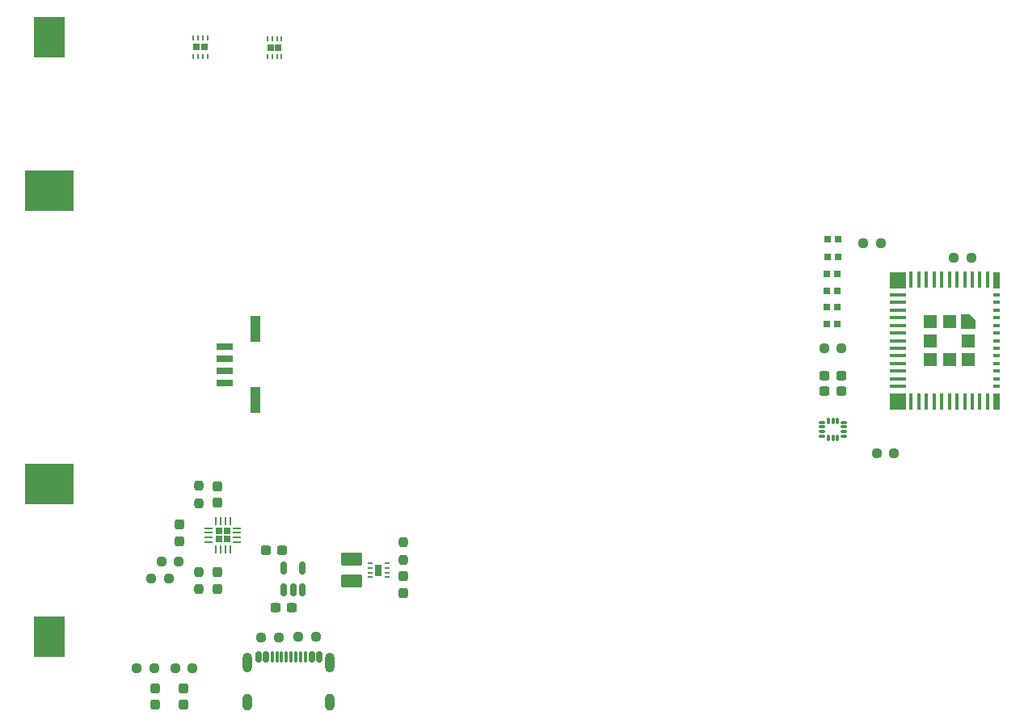
<source format=gbr>
%TF.GenerationSoftware,KiCad,Pcbnew,7.0.10-7.0.10~ubuntu22.04.1*%
%TF.CreationDate,2024-04-21T14:18:33-04:00*%
%TF.ProjectId,little_red_rover,6c697474-6c65-45f7-9265-645f726f7665,rev?*%
%TF.SameCoordinates,Original*%
%TF.FileFunction,Paste,Top*%
%TF.FilePolarity,Positive*%
%FSLAX46Y46*%
G04 Gerber Fmt 4.6, Leading zero omitted, Abs format (unit mm)*
G04 Created by KiCad (PCBNEW 7.0.10-7.0.10~ubuntu22.04.1) date 2024-04-21 14:18:33*
%MOMM*%
%LPD*%
G01*
G04 APERTURE LIST*
G04 Aperture macros list*
%AMRoundRect*
0 Rectangle with rounded corners*
0 $1 Rounding radius*
0 $2 $3 $4 $5 $6 $7 $8 $9 X,Y pos of 4 corners*
0 Add a 4 corners polygon primitive as box body*
4,1,4,$2,$3,$4,$5,$6,$7,$8,$9,$2,$3,0*
0 Add four circle primitives for the rounded corners*
1,1,$1+$1,$2,$3*
1,1,$1+$1,$4,$5*
1,1,$1+$1,$6,$7*
1,1,$1+$1,$8,$9*
0 Add four rect primitives between the rounded corners*
20,1,$1+$1,$2,$3,$4,$5,0*
20,1,$1+$1,$4,$5,$6,$7,0*
20,1,$1+$1,$6,$7,$8,$9,0*
20,1,$1+$1,$8,$9,$2,$3,0*%
%AMFreePoly0*
4,1,6,0.725000,-0.725000,-0.725000,-0.725000,-0.725000,0.125000,-0.125000,0.725000,0.725000,0.725000,0.725000,-0.725000,0.725000,-0.725000,$1*%
G04 Aperture macros list end*
%ADD10RoundRect,0.150000X-0.150000X-0.425000X0.150000X-0.425000X0.150000X0.425000X-0.150000X0.425000X0*%
%ADD11RoundRect,0.075000X-0.075000X-0.500000X0.075000X-0.500000X0.075000X0.500000X-0.075000X0.500000X0*%
%ADD12O,1.000000X2.100000*%
%ADD13O,1.000000X1.800000*%
%ADD14RoundRect,0.087500X-0.225000X-0.087500X0.225000X-0.087500X0.225000X0.087500X-0.225000X0.087500X0*%
%ADD15RoundRect,0.087500X-0.087500X-0.225000X0.087500X-0.225000X0.087500X0.225000X-0.087500X0.225000X0*%
%ADD16RoundRect,0.237500X0.300000X0.237500X-0.300000X0.237500X-0.300000X-0.237500X0.300000X-0.237500X0*%
%ADD17RoundRect,0.237500X0.237500X-0.300000X0.237500X0.300000X-0.237500X0.300000X-0.237500X-0.300000X0*%
%ADD18RoundRect,0.237500X0.237500X-0.287500X0.237500X0.287500X-0.237500X0.287500X-0.237500X-0.287500X0*%
%ADD19RoundRect,0.237500X0.237500X-0.250000X0.237500X0.250000X-0.237500X0.250000X-0.237500X-0.250000X0*%
%ADD20RoundRect,0.250001X0.849999X-0.462499X0.849999X0.462499X-0.849999X0.462499X-0.849999X-0.462499X0*%
%ADD21RoundRect,0.237500X-0.237500X0.250000X-0.237500X-0.250000X0.237500X-0.250000X0.237500X0.250000X0*%
%ADD22RoundRect,0.150000X0.150000X-0.512500X0.150000X0.512500X-0.150000X0.512500X-0.150000X-0.512500X0*%
%ADD23RoundRect,0.237500X-0.250000X-0.237500X0.250000X-0.237500X0.250000X0.237500X-0.250000X0.237500X0*%
%ADD24RoundRect,0.237500X0.250000X0.237500X-0.250000X0.237500X-0.250000X-0.237500X0.250000X-0.237500X0*%
%ADD25RoundRect,0.237500X-0.300000X-0.237500X0.300000X-0.237500X0.300000X0.237500X-0.300000X0.237500X0*%
%ADD26R,0.650000X0.750000*%
%ADD27RoundRect,0.062500X0.062500X-0.187500X0.062500X0.187500X-0.062500X0.187500X-0.062500X-0.187500X0*%
%ADD28RoundRect,0.182500X0.182500X-0.182500X0.182500X0.182500X-0.182500X0.182500X-0.182500X-0.182500X0*%
%ADD29RoundRect,0.062500X0.062500X-0.350000X0.062500X0.350000X-0.062500X0.350000X-0.062500X-0.350000X0*%
%ADD30RoundRect,0.062500X0.350000X-0.062500X0.350000X0.062500X-0.350000X0.062500X-0.350000X-0.062500X0*%
%ADD31R,0.400000X1.800000*%
%ADD32R,1.800000X0.400000*%
%ADD33R,0.800000X0.400000*%
%ADD34FreePoly0,270.000000*%
%ADD35R,1.450000X1.450000*%
%ADD36R,0.700000X1.700000*%
%ADD37R,1.700000X1.700000*%
%ADD38R,0.609600X0.254000*%
%ADD39R,0.711200X1.295400*%
%ADD40R,0.700000X0.700000*%
%ADD41RoundRect,0.237500X-0.237500X0.300000X-0.237500X-0.300000X0.237500X-0.300000X0.237500X0.300000X0*%
%ADD42R,3.300000X4.240000*%
%ADD43R,5.200000X4.240000*%
%ADD44R,1.701800X0.660400*%
%ADD45R,1.092200X2.794000*%
G04 APERTURE END LIST*
D10*
%TO.C,J1*%
X129800000Y-133820000D03*
X130600000Y-133820000D03*
D11*
X131750000Y-133820000D03*
X132750000Y-133820000D03*
X133250000Y-133820000D03*
X134250000Y-133820000D03*
D10*
X135400000Y-133820000D03*
X136200000Y-133820000D03*
X136200000Y-133820000D03*
X135400000Y-133820000D03*
D11*
X134750000Y-133820000D03*
X133750000Y-133820000D03*
X132250000Y-133820000D03*
X131250000Y-133820000D03*
D10*
X130600000Y-133820000D03*
X129800000Y-133820000D03*
D12*
X128680000Y-134395000D03*
D13*
X128680000Y-138575000D03*
D12*
X137320000Y-134395000D03*
D13*
X137320000Y-138575000D03*
%TD*%
D14*
%TO.C,U9*%
X188837500Y-109250000D03*
X188837500Y-109750000D03*
X188837500Y-110250000D03*
X188837500Y-110750000D03*
D15*
X189500000Y-110912500D03*
X190000000Y-110912500D03*
X190500000Y-110912500D03*
D14*
X191162500Y-110750000D03*
X191162500Y-110250000D03*
X191162500Y-109750000D03*
X191162500Y-109250000D03*
D15*
X190500000Y-109087500D03*
X190000000Y-109087500D03*
X189500000Y-109087500D03*
%TD*%
D16*
%TO.C,R15*%
X190862500Y-106000000D03*
X189137500Y-106000000D03*
%TD*%
%TO.C,R14*%
X190862500Y-104400000D03*
X189137500Y-104400000D03*
%TD*%
D17*
%TO.C,C1*%
X121552500Y-121702500D03*
X121552500Y-119977500D03*
%TD*%
D18*
%TO.C,D1*%
X119000000Y-138875000D03*
X119000000Y-137125000D03*
%TD*%
D19*
%TO.C,R3*%
X123552500Y-126752500D03*
X123552500Y-124927500D03*
%TD*%
D20*
%TO.C,L1*%
X139600000Y-125912501D03*
X139600000Y-123587501D03*
%TD*%
D21*
%TO.C,R8*%
X123552500Y-115927500D03*
X123552500Y-117752500D03*
%TD*%
D22*
%TO.C,U3*%
X132500000Y-126775000D03*
X133450000Y-126775000D03*
X134400000Y-126775000D03*
X134400000Y-124500000D03*
X132500000Y-124500000D03*
%TD*%
D23*
%TO.C,R2*%
X134000000Y-131700000D03*
X135825000Y-131700000D03*
%TD*%
D17*
%TO.C,C2*%
X125552500Y-117702500D03*
X125552500Y-115977500D03*
%TD*%
D24*
%TO.C,R13*%
X190912500Y-101500000D03*
X189087500Y-101500000D03*
%TD*%
D25*
%TO.C,C4*%
X131587500Y-128637500D03*
X133312500Y-128637500D03*
%TD*%
D23*
%TO.C,R12*%
X194587500Y-112500000D03*
X196412500Y-112500000D03*
%TD*%
D26*
%TO.C,U5*%
X123350000Y-69950000D03*
X124150000Y-69950000D03*
D27*
X123000000Y-70900000D03*
X123500000Y-70900000D03*
X124000000Y-70900000D03*
X124500000Y-70900000D03*
X124500000Y-69000000D03*
X124000000Y-69000000D03*
X123500000Y-69000000D03*
X123000000Y-69000000D03*
%TD*%
D24*
%TO.C,R10*%
X204512500Y-92000000D03*
X202687500Y-92000000D03*
%TD*%
D28*
%TO.C,U2*%
X125670000Y-121510000D03*
X126510000Y-121510000D03*
X125670000Y-120670000D03*
X126510000Y-120670000D03*
D29*
X125340000Y-122552500D03*
X125840000Y-122552500D03*
X126340000Y-122552500D03*
X126840000Y-122552500D03*
D30*
X127552500Y-121840000D03*
X127552500Y-121340000D03*
X127552500Y-120840000D03*
X127552500Y-120340000D03*
D29*
X126840000Y-119627500D03*
X126340000Y-119627500D03*
X125840000Y-119627500D03*
X125340000Y-119627500D03*
D30*
X124627500Y-120340000D03*
X124627500Y-120840000D03*
X124627500Y-121340000D03*
X124627500Y-121840000D03*
%TD*%
D18*
%TO.C,D2*%
X122000000Y-138875000D03*
X122000000Y-137125000D03*
%TD*%
D26*
%TO.C,U6*%
X131100000Y-70000000D03*
X131900000Y-70000000D03*
D27*
X130750000Y-70950000D03*
X131250000Y-70950000D03*
X131750000Y-70950000D03*
X132250000Y-70950000D03*
X132250000Y-69050000D03*
X131750000Y-69050000D03*
X131250000Y-69050000D03*
X130750000Y-69050000D03*
%TD*%
D31*
%TO.C,U1*%
X206200000Y-94300000D03*
X205400000Y-94300000D03*
X204600000Y-94300000D03*
X203800000Y-94300000D03*
X203000000Y-94300000D03*
X202200000Y-94300000D03*
X201400000Y-94300000D03*
X200600000Y-94300000D03*
X199800000Y-94300000D03*
X199000000Y-94300000D03*
X198200000Y-94300000D03*
D32*
X196800000Y-95900000D03*
X196800000Y-96700000D03*
X196800000Y-97500000D03*
X196800000Y-98300000D03*
X196800000Y-99100000D03*
X196800000Y-99900000D03*
X196800000Y-100700000D03*
X196800000Y-101500000D03*
X196800000Y-102300000D03*
X196800000Y-103100000D03*
X196800000Y-103900000D03*
X196800000Y-104700000D03*
X196800000Y-105500000D03*
D31*
X198200000Y-107100000D03*
X199000000Y-107100000D03*
X199800000Y-107100000D03*
X200600000Y-107100000D03*
X201400000Y-107100000D03*
X202200000Y-107100000D03*
X203000000Y-107100000D03*
X203800000Y-107100000D03*
X204600000Y-107100000D03*
X205400000Y-107100000D03*
X206200000Y-107100000D03*
D33*
X207100000Y-105500000D03*
X207100000Y-104700000D03*
X207100000Y-103900000D03*
X207100000Y-103100000D03*
X207100000Y-102300000D03*
X207100000Y-101500000D03*
X207100000Y-100700000D03*
X207100000Y-99900000D03*
X207100000Y-99100000D03*
X207100000Y-98300000D03*
X207100000Y-97500000D03*
X207100000Y-96700000D03*
X207100000Y-95900000D03*
D34*
X204175000Y-98725000D03*
D35*
X202200000Y-98725000D03*
X200225000Y-98725000D03*
X204175000Y-100700000D03*
X200225000Y-100700000D03*
X204175000Y-102675000D03*
X202200000Y-102675000D03*
X200225000Y-102675000D03*
D36*
X207150000Y-107050000D03*
D37*
X196800000Y-107050000D03*
X196800000Y-94350000D03*
D36*
X207150000Y-94350000D03*
%TD*%
D38*
%TO.C,U4*%
X141500000Y-124000000D03*
X141500000Y-124500001D03*
X141500000Y-125000001D03*
X141500000Y-125500002D03*
X143303400Y-125500002D03*
X143303400Y-125000001D03*
X143303400Y-124500001D03*
X143303400Y-124000000D03*
D39*
X142401700Y-124750001D03*
%TD*%
D21*
%TO.C,R9*%
X145000000Y-121837501D03*
X145000000Y-123662501D03*
%TD*%
D24*
%TO.C,R5*%
X122912500Y-135000000D03*
X121087500Y-135000000D03*
%TD*%
D40*
%TO.C,D5*%
X189450000Y-91915000D03*
X190550000Y-91915000D03*
X190550000Y-90085000D03*
X189450000Y-90085000D03*
%TD*%
D23*
%TO.C,R7*%
X118587500Y-125600000D03*
X120412500Y-125600000D03*
%TD*%
D24*
%TO.C,R1*%
X131912500Y-131800000D03*
X130087500Y-131800000D03*
%TD*%
D40*
%TO.C,D3*%
X189400000Y-99000000D03*
X190500000Y-99000000D03*
X190500000Y-97170000D03*
X189400000Y-97170000D03*
%TD*%
%TO.C,D4*%
X189400000Y-95500000D03*
X190500000Y-95500000D03*
X190500000Y-93670000D03*
X189400000Y-93670000D03*
%TD*%
D41*
%TO.C,C5*%
X125552500Y-124977500D03*
X125552500Y-126702500D03*
%TD*%
D23*
%TO.C,R11*%
X193175000Y-90500000D03*
X195000000Y-90500000D03*
%TD*%
D42*
%TO.C,BT1*%
X107900000Y-131700000D03*
D43*
X107900000Y-115690000D03*
X107900000Y-84950000D03*
D42*
X107900000Y-68900000D03*
%TD*%
D23*
%TO.C,R6*%
X119640000Y-123840000D03*
X121465000Y-123840000D03*
%TD*%
D41*
%TO.C,C6*%
X145000000Y-125387501D03*
X145000000Y-127112501D03*
%TD*%
D23*
%TO.C,R4*%
X117087500Y-135000000D03*
X118912500Y-135000000D03*
%TD*%
D44*
%TO.C,J2*%
X126299999Y-105099999D03*
X126299999Y-103849999D03*
X126299999Y-102599999D03*
X126299999Y-101349999D03*
D45*
X129500000Y-106949998D03*
X129500000Y-99500000D03*
%TD*%
D16*
%TO.C,C3*%
X132312500Y-122637500D03*
X130587500Y-122637500D03*
%TD*%
M02*

</source>
